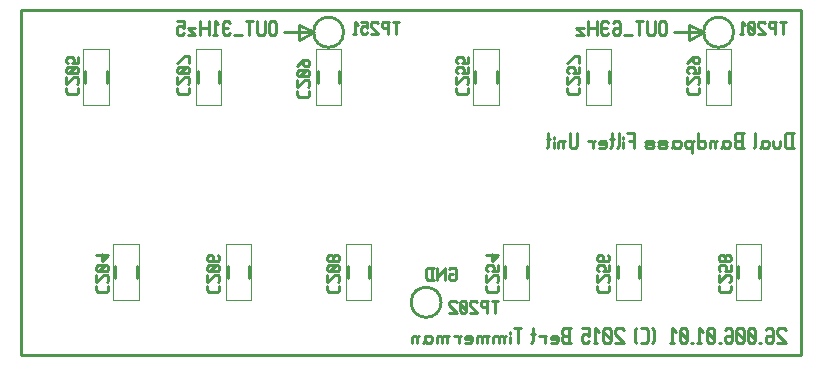
<source format=gbr>
G04 start of page 9 for group -4078 idx -4078 *
G04 Title: 26.006.01.01.01, bottomsilk *
G04 Creator: pcb 20100929 *
G04 CreationDate: Sat Mar 21 19:35:30 2015 UTC *
G04 For: bert *
G04 Format: Gerber/RS-274X *
G04 PCB-Dimensions: 260000 115000 *
G04 PCB-Coordinate-Origin: lower left *
%MOIN*%
%FSLAX25Y25*%
%LNBACKSILK*%
%ADD11C,0.0100*%
%ADD32C,0.0000*%
G54D11*X0Y115000D02*X260000D01*
X97500Y107500D02*X87500D01*
X92500Y110000D02*X97500Y107500D01*
X0Y0D02*Y115000D01*
X260000Y0D02*X0D01*
X97500Y107500D02*X92500Y105000D01*
Y110000D01*
X260000Y115000D02*Y0D01*
X222500Y110000D02*X227500Y107500D01*
X222500Y105000D01*
Y110000D01*
X227500Y107500D02*X217500D01*
X256900Y69000D02*Y73800D01*
X255100D02*X254500Y73200D01*
Y69600D02*Y73200D01*
X255100Y69000D02*X254500Y69600D01*
X255100Y69000D02*X257500D01*
X255100Y73800D02*X257500D01*
X253059Y69600D02*Y71400D01*
Y69600D02*X252459Y69000D01*
X251259D02*X252459D01*
X251259D02*X250659Y69600D01*
Y71400D01*
X247418D02*X246818Y70800D01*
X247418Y71400D02*X248618D01*
X249218Y70800D02*X248618Y71400D01*
X249218Y69600D02*Y70800D01*
Y69600D02*X248618Y69000D01*
X246818Y69600D02*Y71400D01*
Y69600D02*X246218Y69000D01*
X247418D02*X248618D01*
X247418D02*X246818Y69600D01*
X244777D02*Y73800D01*
Y69600D02*X244177Y69000D01*
X238416D02*X240816D01*
X238416D02*X237816Y69600D01*
Y70800D01*
X238416Y71400D02*X237816Y70800D01*
X238416Y71400D02*X240216D01*
Y69000D02*Y73800D01*
X238416D02*X240816D01*
X238416D02*X237816Y73200D01*
Y72000D02*Y73200D01*
X238416Y71400D02*X237816Y72000D01*
X234574Y71400D02*X233974Y70800D01*
X234574Y71400D02*X235774D01*
X236374Y70800D02*X235774Y71400D01*
X236374Y69600D02*Y70800D01*
Y69600D02*X235774Y69000D01*
X233974Y69600D02*Y71400D01*
Y69600D02*X233374Y69000D01*
X234574D02*X235774D01*
X234574D02*X233974Y69600D01*
X231333Y69000D02*Y70800D01*
X230733Y71400D01*
X230133D02*X230733D01*
X230133D02*X229533Y70800D01*
Y69000D02*Y70800D01*
X231933Y71400D02*X231333Y70800D01*
X225692Y69000D02*Y73800D01*
X226292Y69000D02*X225692Y69600D01*
X226292Y69000D02*X227492D01*
X228092Y69600D02*X227492Y69000D01*
X228092Y69600D02*Y70800D01*
X227492Y71400D01*
X226292D02*X227492D01*
X226292D02*X225692Y70800D01*
X223651Y67200D02*Y70800D01*
X224251Y71400D02*X223651Y70800D01*
X223051Y71400D01*
X221851D02*X223051D01*
X221851D02*X221251Y70800D01*
Y69600D02*Y70800D01*
X221851Y69000D02*X221251Y69600D01*
X221851Y69000D02*X223051D01*
X223651Y69600D02*X223051Y69000D01*
X218010Y71400D02*X217410Y70800D01*
X218010Y71400D02*X219210D01*
X219810Y70800D02*X219210Y71400D01*
X219810Y69600D02*Y70800D01*
Y69600D02*X219210Y69000D01*
X217410Y69600D02*Y71400D01*
Y69600D02*X216810Y69000D01*
X218010D02*X219210D01*
X218010D02*X217410Y69600D01*
X212968Y69000D02*X214768D01*
X212968D02*X212368Y69600D01*
X212968Y70200D02*X212368Y69600D01*
X212968Y70200D02*X214768D01*
X215368Y70800D02*X214768Y70200D01*
X215368Y70800D02*X214768Y71400D01*
X212968D02*X214768D01*
X212968D02*X212368Y70800D01*
X215368Y69600D02*X214768Y69000D01*
X208527D02*X210327D01*
X208527D02*X207927Y69600D01*
X208527Y70200D02*X207927Y69600D01*
X208527Y70200D02*X210327D01*
X210927Y70800D02*X210327Y70200D01*
X210927Y70800D02*X210327Y71400D01*
X208527D02*X210327D01*
X208527D02*X207927Y70800D01*
X210927Y69600D02*X210327Y69000D01*
X204326D02*Y73800D01*
X201926D02*X204326D01*
X202526Y71400D02*X204326D01*
X200485Y72000D02*Y72600D01*
Y69000D02*Y70800D01*
X199284Y69600D02*Y73800D01*
Y69600D02*X198684Y69000D01*
X196882Y69600D02*Y73800D01*
Y69600D02*X196282Y69000D01*
Y72000D02*X197482D01*
X192681Y69000D02*X194481D01*
X195081Y69600D02*X194481Y69000D01*
X195081Y69600D02*Y70800D01*
X194481Y71400D01*
X193281D02*X194481D01*
X193281D02*X192681Y70800D01*
Y70200D02*X195081D01*
X192681D02*Y70800D01*
X190640Y69000D02*Y70800D01*
X190040Y71400D01*
X188840D02*X190040D01*
X191240D02*X190640Y70800D01*
X185239Y69600D02*Y73800D01*
Y69600D02*X184639Y69000D01*
X183439D02*X184639D01*
X183439D02*X182839Y69600D01*
Y73800D01*
X180798Y69000D02*Y70800D01*
X180198Y71400D01*
X179598D02*X180198D01*
X179598D02*X178998Y70800D01*
Y69000D02*Y70800D01*
X181398Y71400D02*X180798Y70800D01*
X177556Y72000D02*Y72600D01*
Y69000D02*Y70800D01*
X175755Y69600D02*Y73800D01*
Y69600D02*X175155Y69000D01*
Y72000D02*X176355D01*
X211000Y4600D02*X210400Y4000D01*
X211000Y8200D02*X210400Y8800D01*
X211000Y4600D02*Y8200D01*
X206559Y4000D02*X208359D01*
X208959Y4600D02*X208359Y4000D01*
X208959Y4600D02*Y8200D01*
X208359Y8800D01*
X206559D02*X208359D01*
X205118D02*X204518Y8200D01*
Y4600D02*Y8200D01*
X205118Y4000D02*X204518Y4600D01*
X200917Y8200D02*X200317Y8800D01*
X198517D02*X200317D01*
X198517D02*X197917Y8200D01*
Y7000D02*Y8200D01*
X200917Y4000D02*X197917Y7000D01*
Y4000D02*X200917D01*
X196476Y4600D02*X195876Y4000D01*
X196476Y4600D02*Y8200D01*
X195876Y8800D01*
X194676D02*X195876D01*
X194676D02*X194076Y8200D01*
Y4600D02*Y8200D01*
X194676Y4000D02*X194076Y4600D01*
X194676Y4000D02*X195876D01*
X196476Y5200D02*X194076Y7600D01*
X190834Y4000D02*X192034D01*
X191434D02*Y8800D01*
X192634Y7600D02*X191434Y8800D01*
X186993D02*X189393D01*
Y6400D02*Y8800D01*
Y6400D02*X188793Y7000D01*
X187593D02*X188793D01*
X187593D02*X186993Y6400D01*
Y4600D02*Y6400D01*
X187593Y4000D02*X186993Y4600D01*
X187593Y4000D02*X188793D01*
X189393Y4600D02*X188793Y4000D01*
X180992D02*X183392D01*
X180992D02*X180392Y4600D01*
Y5800D01*
X180992Y6400D02*X180392Y5800D01*
X180992Y6400D02*X182792D01*
Y4000D02*Y8800D01*
X180992D02*X183392D01*
X180992D02*X180392Y8200D01*
Y7000D02*Y8200D01*
X180992Y6400D02*X180392Y7000D01*
X176551Y4000D02*X178351D01*
X178951Y4600D02*X178351Y4000D01*
X178951Y4600D02*Y5800D01*
X178351Y6400D01*
X177151D02*X178351D01*
X177151D02*X176551Y5800D01*
Y5200D02*X178951D01*
X176551D02*Y5800D01*
X174510Y4000D02*Y5800D01*
X173910Y6400D01*
X172710D02*X173910D01*
X175110D02*X174510Y5800D01*
X170668Y4600D02*Y8800D01*
Y4600D02*X170068Y4000D01*
Y7000D02*X171268D01*
X164307Y8800D02*X166707D01*
X165507Y4000D02*Y8800D01*
X162866Y7000D02*Y7600D01*
Y4000D02*Y5800D01*
X161065Y4000D02*Y5800D01*
X160465Y6400D01*
X159865D02*X160465D01*
X159865D02*X159265Y5800D01*
Y4000D02*Y5800D01*
X158665Y6400D01*
X158065D02*X158665D01*
X158065D02*X157465Y5800D01*
Y4000D02*Y5800D01*
X161665Y6400D02*X161065Y5800D01*
X155424Y4000D02*Y5800D01*
X154824Y6400D01*
X154224D02*X154824D01*
X154224D02*X153624Y5800D01*
Y4000D02*Y5800D01*
X153024Y6400D01*
X152424D02*X153024D01*
X152424D02*X151824Y5800D01*
Y4000D02*Y5800D01*
X156024Y6400D02*X155424Y5800D01*
X147982Y4000D02*X149782D01*
X150382Y4600D02*X149782Y4000D01*
X150382Y4600D02*Y5800D01*
X149782Y6400D01*
X148582D02*X149782D01*
X148582D02*X147982Y5800D01*
Y5200D02*X150382D01*
X147982D02*Y5800D01*
X145941Y4000D02*Y5800D01*
X145341Y6400D01*
X144141D02*X145341D01*
X146541D02*X145941Y5800D01*
X142100Y4000D02*Y5800D01*
X141500Y6400D01*
X140900D02*X141500D01*
X140900D02*X140300Y5800D01*
Y4000D02*Y5800D01*
X139700Y6400D01*
X139100D02*X139700D01*
X139100D02*X138500Y5800D01*
Y4000D02*Y5800D01*
X142700Y6400D02*X142100Y5800D01*
X135259Y6400D02*X134659Y5800D01*
X135259Y6400D02*X136459D01*
X137059Y5800D02*X136459Y6400D01*
X137059Y4600D02*Y5800D01*
Y4600D02*X136459Y4000D01*
X134659Y4600D02*Y6400D01*
Y4600D02*X134059Y4000D01*
X135259D02*X136459D01*
X135259D02*X134659Y4600D01*
X132018Y4000D02*Y5800D01*
X131418Y6400D01*
X130818D02*X131418D01*
X130818D02*X130218Y5800D01*
Y4000D02*Y5800D01*
X132618Y6400D02*X132018Y5800D01*
X85000Y107100D02*Y110700D01*
X84400Y111300D01*
X83200D02*X84400D01*
X83200D02*X82600Y110700D01*
Y107100D02*Y110700D01*
X83200Y106500D02*X82600Y107100D01*
X83200Y106500D02*X84400D01*
X85000Y107100D02*X84400Y106500D01*
X81159Y107100D02*Y111300D01*
Y107100D02*X80559Y106500D01*
X79359D02*X80559D01*
X79359D02*X78759Y107100D01*
Y111300D01*
X74918D02*X77318D01*
X76118Y106500D02*Y111300D01*
X71077Y106500D02*X73477D01*
X69636Y110700D02*X69036Y111300D01*
X67836D02*X69036D01*
X67836D02*X67236Y110700D01*
Y107100D02*Y110700D01*
X67836Y106500D02*X67236Y107100D01*
X67836Y106500D02*X69036D01*
X69636Y107100D02*X69036Y106500D01*
X67236Y108900D02*X69036D01*
X63994Y106500D02*X65194D01*
X64594D02*Y111300D01*
X65794Y110100D02*X64594Y111300D01*
X62553Y106500D02*Y111300D01*
X59553Y106500D02*Y111300D01*
Y108900D02*X62553D01*
X55712D02*X58112D01*
Y106500D02*X55712Y108900D01*
Y106500D02*X58112D01*
X51871Y111300D02*X54271D01*
Y108900D02*Y111300D01*
Y108900D02*X53671Y109500D01*
X52471D02*X53671D01*
X52471D02*X51871Y108900D01*
Y107100D02*Y108900D01*
X52471Y106500D02*X51871Y107100D01*
X52471Y106500D02*X53671D01*
X54271Y107100D02*X53671Y106500D01*
X215000Y107100D02*Y110700D01*
X214400Y111300D01*
X213200D02*X214400D01*
X213200D02*X212600Y110700D01*
Y107100D02*Y110700D01*
X213200Y106500D02*X212600Y107100D01*
X213200Y106500D02*X214400D01*
X215000Y107100D02*X214400Y106500D01*
X211159Y107100D02*Y111300D01*
Y107100D02*X210559Y106500D01*
X209359D02*X210559D01*
X209359D02*X208759Y107100D01*
Y111300D01*
X204918D02*X207318D01*
X206118Y106500D02*Y111300D01*
X201077Y106500D02*X203477D01*
X197836Y111300D02*X197236Y110700D01*
X197836Y111300D02*X199036D01*
X199636Y110700D02*X199036Y111300D01*
X199636Y107100D02*Y110700D01*
Y107100D02*X199036Y106500D01*
X197836Y108900D02*X197236Y108300D01*
X197836Y108900D02*X199636D01*
X197836Y106500D02*X199036D01*
X197836D02*X197236Y107100D01*
Y108300D01*
X195794Y110700D02*X195194Y111300D01*
X193994D02*X195194D01*
X193994D02*X193394Y110700D01*
Y107100D02*Y110700D01*
X193994Y106500D02*X193394Y107100D01*
X193994Y106500D02*X195194D01*
X195794Y107100D02*X195194Y106500D01*
X193394Y108900D02*X195194D01*
X191953Y106500D02*Y111300D01*
X188953Y106500D02*Y111300D01*
Y108900D02*X191953D01*
X185112D02*X187512D01*
Y106500D02*X185112Y108900D01*
Y106500D02*X187512D01*
X255000Y8200D02*X254400Y8800D01*
X252600D02*X254400D01*
X252600D02*X252000Y8200D01*
Y7000D02*Y8200D01*
X255000Y4000D02*X252000Y7000D01*
Y4000D02*X255000D01*
X248759Y8800D02*X248159Y8200D01*
X248759Y8800D02*X249959D01*
X250559Y8200D02*X249959Y8800D01*
X250559Y4600D02*Y8200D01*
Y4600D02*X249959Y4000D01*
X248759Y6400D02*X248159Y5800D01*
X248759Y6400D02*X250559D01*
X248759Y4000D02*X249959D01*
X248759D02*X248159Y4600D01*
Y5800D01*
X246118Y4000D02*X246718D01*
X244677Y4600D02*X244077Y4000D01*
X244677Y4600D02*Y8200D01*
X244077Y8800D01*
X242877D02*X244077D01*
X242877D02*X242277Y8200D01*
Y4600D02*Y8200D01*
X242877Y4000D02*X242277Y4600D01*
X242877Y4000D02*X244077D01*
X244677Y5200D02*X242277Y7600D01*
X240836Y4600D02*X240236Y4000D01*
X240836Y4600D02*Y8200D01*
X240236Y8800D01*
X239036D02*X240236D01*
X239036D02*X238436Y8200D01*
Y4600D02*Y8200D01*
X239036Y4000D02*X238436Y4600D01*
X239036Y4000D02*X240236D01*
X240836Y5200D02*X238436Y7600D01*
X235194Y8800D02*X234594Y8200D01*
X235194Y8800D02*X236394D01*
X236994Y8200D02*X236394Y8800D01*
X236994Y4600D02*Y8200D01*
Y4600D02*X236394Y4000D01*
X235194Y6400D02*X234594Y5800D01*
X235194Y6400D02*X236994D01*
X235194Y4000D02*X236394D01*
X235194D02*X234594Y4600D01*
Y5800D01*
X232553Y4000D02*X233153D01*
X231112Y4600D02*X230512Y4000D01*
X231112Y4600D02*Y8200D01*
X230512Y8800D01*
X229312D02*X230512D01*
X229312D02*X228712Y8200D01*
Y4600D02*Y8200D01*
X229312Y4000D02*X228712Y4600D01*
X229312Y4000D02*X230512D01*
X231112Y5200D02*X228712Y7600D01*
X225471Y4000D02*X226671D01*
X226071D02*Y8800D01*
X227271Y7600D02*X226071Y8800D01*
X223430Y4000D02*X224030D01*
X221988Y4600D02*X221388Y4000D01*
X221988Y4600D02*Y8200D01*
X221388Y8800D01*
X220188D02*X221388D01*
X220188D02*X219588Y8200D01*
Y4600D02*Y8200D01*
X220188Y4000D02*X219588Y4600D01*
X220188Y4000D02*X221388D01*
X221988Y5200D02*X219588Y7600D01*
X216347Y4000D02*X217547D01*
X216947D02*Y8800D01*
X218147Y7600D02*X216947Y8800D01*
X143000Y29000D02*X142500Y28500D01*
X143000Y29000D02*X144500D01*
X145000Y28500D02*X144500Y29000D01*
X145000Y25500D02*Y28500D01*
Y25500D02*X144500Y25000D01*
X143000D02*X144500D01*
X143000D02*X142500Y25500D01*
Y26500D01*
X143000Y27000D02*X142500Y26500D01*
X143000Y27000D02*X144000D01*
X141299Y25000D02*Y29000D01*
Y28500D02*Y29000D01*
Y28500D02*X138799Y26000D01*
Y25000D02*Y29000D01*
X137098Y25000D02*Y29000D01*
X135598D02*X135098Y28500D01*
Y25500D02*Y28500D01*
X135598Y25000D02*X135098Y25500D01*
X135598Y25000D02*X137598D01*
X135598Y29000D02*X137598D01*
X228957Y94468D02*Y90532D01*
X236043Y94468D02*Y90532D01*
G54D32*X228207Y101774D02*Y83226D01*
X236793Y101774D02*Y83226D01*
X228207Y101774D02*X236793D01*
X228207Y83226D02*X236793D01*
G54D11*X227500Y107500D02*G75*G03X227500Y107500I5000J0D01*G01*
X246043Y29468D02*Y25532D01*
X238957Y29468D02*Y25532D01*
G54D32*X246793Y36774D02*Y18226D01*
X238207Y36774D02*Y18226D01*
X246793D01*
X238207Y36774D02*X246793D01*
G54D11*X198957Y29468D02*Y25532D01*
X206043Y29468D02*Y25532D01*
G54D32*X198207Y36774D02*Y18226D01*
X206793Y36774D02*Y18226D01*
X198207Y36774D02*X206793D01*
X198207Y18226D02*X206793D01*
G54D11*X188957Y94468D02*Y90532D01*
X196043Y94468D02*Y90532D01*
G54D32*X188207Y101774D02*Y83226D01*
X196793Y101774D02*Y83226D01*
X188207Y101774D02*X196793D01*
X188207Y83226D02*X196793D01*
G54D11*X38543Y29468D02*Y25532D01*
X31457Y29468D02*Y25532D01*
G54D32*X39293Y36774D02*Y18226D01*
X30707Y36774D02*Y18226D01*
X39293D01*
X30707Y36774D02*X39293D01*
G54D11*X68957Y29468D02*Y25532D01*
X76043Y29468D02*Y25532D01*
G54D32*X68207Y36774D02*Y18226D01*
X76793Y36774D02*Y18226D01*
X68207Y36774D02*X76793D01*
X68207Y18226D02*X76793D01*
G54D11*X21457Y94468D02*Y90532D01*
X28543Y94468D02*Y90532D01*
G54D32*X20707Y101774D02*Y83226D01*
X29293Y101774D02*Y83226D01*
X20707Y101774D02*X29293D01*
X20707Y83226D02*X29293D01*
G54D11*X151457Y94468D02*Y90532D01*
X158543Y94468D02*Y90532D01*
G54D32*X150707Y101774D02*Y83226D01*
X159293Y101774D02*Y83226D01*
X150707Y101774D02*X159293D01*
X150707Y83226D02*X159293D01*
G54D11*X168543Y29468D02*Y25532D01*
X161457Y29468D02*Y25532D01*
G54D32*X169293Y36774D02*Y18226D01*
X160707Y36774D02*Y18226D01*
X169293D01*
X160707Y36774D02*X169293D01*
G54D11*X116043Y29468D02*Y25532D01*
X108957Y29468D02*Y25532D01*
G54D32*X116793Y36774D02*Y18226D01*
X108207Y36774D02*Y18226D01*
X116793D01*
X108207Y36774D02*X116793D01*
G54D11*X98957Y94468D02*Y90532D01*
X106043Y94468D02*Y90532D01*
G54D32*X98207Y101774D02*Y83226D01*
X106793Y101774D02*Y83226D01*
X98207Y101774D02*X106793D01*
X98207Y83226D02*X106793D01*
G54D11*X130000Y17500D02*G75*G03X130000Y17500I5000J0D01*G01*
X58957Y94468D02*Y90532D01*
X66043Y94468D02*Y90532D01*
G54D32*X58207Y101774D02*Y83226D01*
X66793Y101774D02*Y83226D01*
X58207Y101774D02*X66793D01*
X58207Y83226D02*X66793D01*
G54D11*X97500Y107500D02*G75*G03X97500Y107500I5000J0D01*G01*
X222000Y87500D02*Y89000D01*
X222500Y87000D02*X222000Y87500D01*
X222500Y87000D02*X225500D01*
X226000Y87500D01*
Y89000D01*
X225500Y90201D02*X226000Y90701D01*
Y92201D01*
X225500Y92701D01*
X224500D02*X225500D01*
X222000Y90201D02*X224500Y92701D01*
X222000Y90201D02*Y92701D01*
X226000Y93902D02*Y95902D01*
X224000Y93902D02*X226000D01*
X224000D02*X224500Y94402D01*
Y95402D01*
X224000Y95902D01*
X222500D02*X224000D01*
X222000Y95402D02*X222500Y95902D01*
X222000Y94402D02*Y95402D01*
X222500Y93902D02*X222000Y94402D01*
Y97103D02*X224000Y99103D01*
X225500D01*
X226000Y98603D02*X225500Y99103D01*
X226000Y97603D02*Y98603D01*
X225500Y97103D02*X226000Y97603D01*
X224500Y97103D02*X225500D01*
X224500D02*X224000Y97603D01*
Y99103D01*
X253000Y111000D02*X255000D01*
X254000Y107000D02*Y111000D01*
X251299Y107000D02*Y111000D01*
X249799D02*X251799D01*
X249799D02*X249299Y110500D01*
Y109500D02*Y110500D01*
X249799Y109000D02*X249299Y109500D01*
X249799Y109000D02*X251299D01*
X248098Y110500D02*X247598Y111000D01*
X246098D02*X247598D01*
X246098D02*X245598Y110500D01*
Y109500D02*Y110500D01*
X248098Y107000D02*X245598Y109500D01*
Y107000D02*X248098D01*
X244397Y107500D02*X243897Y107000D01*
X244397Y107500D02*Y110500D01*
X243897Y111000D01*
X242897D02*X243897D01*
X242897D02*X242397Y110500D01*
Y107500D02*Y110500D01*
X242897Y107000D02*X242397Y107500D01*
X242897Y107000D02*X243897D01*
X244397Y108000D02*X242397Y110000D01*
X239696Y107000D02*X240696D01*
X240196D02*Y111000D01*
X241196Y110000D02*X240196Y111000D01*
X232500Y21500D02*Y23000D01*
X233000Y21000D02*X232500Y21500D01*
X233000Y21000D02*X236000D01*
X236500Y21500D01*
Y23000D01*
X236000Y24201D02*X236500Y24701D01*
Y26201D01*
X236000Y26701D01*
X235000D02*X236000D01*
X232500Y24201D02*X235000Y26701D01*
X232500Y24201D02*Y26701D01*
X236500Y27902D02*Y29902D01*
X234500Y27902D02*X236500D01*
X234500D02*X235000Y28402D01*
Y29402D01*
X234500Y29902D01*
X233000D02*X234500D01*
X232500Y29402D02*X233000Y29902D01*
X232500Y28402D02*Y29402D01*
X233000Y27902D02*X232500Y28402D01*
X233000Y31103D02*X232500Y31603D01*
X233000Y31103D02*X234000D01*
X234500Y31603D01*
Y32603D01*
X234000Y33103D01*
X233000D02*X234000D01*
X232500Y32603D02*X233000Y33103D01*
X232500Y31603D02*Y32603D01*
X235000Y31103D02*X234500Y31603D01*
X235000Y31103D02*X236000D01*
X236500Y31603D01*
Y32603D01*
X236000Y33103D01*
X235000D02*X236000D01*
X234500Y32603D02*X235000Y33103D01*
X25000Y21500D02*Y23000D01*
X25500Y21000D02*X25000Y21500D01*
X25500Y21000D02*X28500D01*
X29000Y21500D01*
Y23000D01*
X28500Y24201D02*X29000Y24701D01*
Y26201D01*
X28500Y26701D01*
X27500D02*X28500D01*
X25000Y24201D02*X27500Y26701D01*
X25000Y24201D02*Y26701D01*
X25500Y27902D02*X25000Y28402D01*
X25500Y27902D02*X28500D01*
X29000Y28402D01*
Y29402D01*
X28500Y29902D01*
X25500D02*X28500D01*
X25000Y29402D02*X25500Y29902D01*
X25000Y28402D02*Y29402D01*
X26000Y27902D02*X28000Y29902D01*
X27000Y31103D02*X29000Y33103D01*
X27000Y31103D02*Y33603D01*
X25000Y33103D02*X29000D01*
X62000Y21500D02*Y23000D01*
X62500Y21000D02*X62000Y21500D01*
X62500Y21000D02*X65500D01*
X66000Y21500D01*
Y23000D01*
X65500Y24201D02*X66000Y24701D01*
Y26201D01*
X65500Y26701D01*
X64500D02*X65500D01*
X62000Y24201D02*X64500Y26701D01*
X62000Y24201D02*Y26701D01*
X62500Y27902D02*X62000Y28402D01*
X62500Y27902D02*X65500D01*
X66000Y28402D01*
Y29402D01*
X65500Y29902D01*
X62500D02*X65500D01*
X62000Y29402D02*X62500Y29902D01*
X62000Y28402D02*Y29402D01*
X63000Y27902D02*X65000Y29902D01*
X66000Y32603D02*X65500Y33103D01*
X66000Y31603D02*Y32603D01*
X65500Y31103D02*X66000Y31603D01*
X62500Y31103D02*X65500D01*
X62500D02*X62000Y31603D01*
X64000Y32603D02*X63500Y33103D01*
X64000Y31103D02*Y32603D01*
X62000Y31603D02*Y32603D01*
X62500Y33103D01*
X63500D01*
X157000Y18000D02*X159000D01*
X158000Y14000D02*Y18000D01*
X155299Y14000D02*Y18000D01*
X153799D02*X155799D01*
X153799D02*X153299Y17500D01*
Y16500D02*Y17500D01*
X153799Y16000D02*X153299Y16500D01*
X153799Y16000D02*X155299D01*
X152098Y17500D02*X151598Y18000D01*
X150098D02*X151598D01*
X150098D02*X149598Y17500D01*
Y16500D02*Y17500D01*
X152098Y14000D02*X149598Y16500D01*
Y14000D02*X152098D01*
X148397Y14500D02*X147897Y14000D01*
X148397Y14500D02*Y17500D01*
X147897Y18000D01*
X146897D02*X147897D01*
X146897D02*X146397Y17500D01*
Y14500D02*Y17500D01*
X146897Y14000D02*X146397Y14500D01*
X146897Y14000D02*X147897D01*
X148397Y15000D02*X146397Y17000D01*
X145196Y17500D02*X144696Y18000D01*
X143196D02*X144696D01*
X143196D02*X142696Y17500D01*
Y16500D02*Y17500D01*
X145196Y14000D02*X142696Y16500D01*
Y14000D02*X145196D01*
X102000Y21500D02*Y23000D01*
X102500Y21000D02*X102000Y21500D01*
X102500Y21000D02*X105500D01*
X106000Y21500D01*
Y23000D01*
X105500Y24201D02*X106000Y24701D01*
Y26201D01*
X105500Y26701D01*
X104500D02*X105500D01*
X102000Y24201D02*X104500Y26701D01*
X102000Y24201D02*Y26701D01*
X102500Y27902D02*X102000Y28402D01*
X102500Y27902D02*X105500D01*
X106000Y28402D01*
Y29402D01*
X105500Y29902D01*
X102500D02*X105500D01*
X102000Y29402D02*X102500Y29902D01*
X102000Y28402D02*Y29402D01*
X103000Y27902D02*X105000Y29902D01*
X102500Y31103D02*X102000Y31603D01*
X102500Y31103D02*X103500D01*
X104000Y31603D01*
Y32603D01*
X103500Y33103D01*
X102500D02*X103500D01*
X102000Y32603D02*X102500Y33103D01*
X102000Y31603D02*Y32603D01*
X104500Y31103D02*X104000Y31603D01*
X104500Y31103D02*X105500D01*
X106000Y31603D01*
Y32603D01*
X105500Y33103D01*
X104500D02*X105500D01*
X104000Y32603D02*X104500Y33103D01*
X182000Y87500D02*Y89000D01*
X182500Y87000D02*X182000Y87500D01*
X182500Y87000D02*X185500D01*
X186000Y87500D01*
Y89000D01*
X185500Y90201D02*X186000Y90701D01*
Y92201D01*
X185500Y92701D01*
X184500D02*X185500D01*
X182000Y90201D02*X184500Y92701D01*
X182000Y90201D02*Y92701D01*
X186000Y93902D02*Y95902D01*
X184000Y93902D02*X186000D01*
X184000D02*X184500Y94402D01*
Y95402D01*
X184000Y95902D01*
X182500D02*X184000D01*
X182000Y95402D02*X182500Y95902D01*
X182000Y94402D02*Y95402D01*
X182500Y93902D02*X182000Y94402D01*
Y97103D02*X184500Y99603D01*
X186000D01*
Y97103D02*Y99603D01*
X145000Y87500D02*Y89000D01*
X145500Y87000D02*X145000Y87500D01*
X145500Y87000D02*X148500D01*
X149000Y87500D01*
Y89000D01*
X148500Y90201D02*X149000Y90701D01*
Y92201D01*
X148500Y92701D01*
X147500D02*X148500D01*
X145000Y90201D02*X147500Y92701D01*
X145000Y90201D02*Y92701D01*
X149000Y93902D02*Y95902D01*
X147000Y93902D02*X149000D01*
X147000D02*X147500Y94402D01*
Y95402D01*
X147000Y95902D01*
X145500D02*X147000D01*
X145000Y95402D02*X145500Y95902D01*
X145000Y94402D02*Y95402D01*
X145500Y93902D02*X145000Y94402D01*
X149000Y97103D02*Y99103D01*
X147000Y97103D02*X149000D01*
X147000D02*X147500Y97603D01*
Y98603D01*
X147000Y99103D01*
X145500D02*X147000D01*
X145000Y98603D02*X145500Y99103D01*
X145000Y97603D02*Y98603D01*
X145500Y97103D02*X145000Y97603D01*
X52000Y87500D02*Y89000D01*
X52500Y87000D02*X52000Y87500D01*
X52500Y87000D02*X55500D01*
X56000Y87500D01*
Y89000D01*
X55500Y90201D02*X56000Y90701D01*
Y92201D01*
X55500Y92701D01*
X54500D02*X55500D01*
X52000Y90201D02*X54500Y92701D01*
X52000Y90201D02*Y92701D01*
X52500Y93902D02*X52000Y94402D01*
X52500Y93902D02*X55500D01*
X56000Y94402D01*
Y95402D01*
X55500Y95902D01*
X52500D02*X55500D01*
X52000Y95402D02*X52500Y95902D01*
X52000Y94402D02*Y95402D01*
X53000Y93902D02*X55000Y95902D01*
X52000Y97103D02*X54500Y99603D01*
X56000D01*
Y97103D02*Y99603D01*
X15000Y87500D02*Y89000D01*
X15500Y87000D02*X15000Y87500D01*
X15500Y87000D02*X18500D01*
X19000Y87500D01*
Y89000D01*
X18500Y90201D02*X19000Y90701D01*
Y92201D01*
X18500Y92701D01*
X17500D02*X18500D01*
X15000Y90201D02*X17500Y92701D01*
X15000Y90201D02*Y92701D01*
X15500Y93902D02*X15000Y94402D01*
X15500Y93902D02*X18500D01*
X19000Y94402D01*
Y95402D01*
X18500Y95902D01*
X15500D02*X18500D01*
X15000Y95402D02*X15500Y95902D01*
X15000Y94402D02*Y95402D01*
X16000Y93902D02*X18000Y95902D01*
X19000Y97103D02*Y99103D01*
X17000Y97103D02*X19000D01*
X17000D02*X17500Y97603D01*
Y98603D01*
X17000Y99103D01*
X15500D02*X17000D01*
X15000Y98603D02*X15500Y99103D01*
X15000Y97603D02*Y98603D01*
X15500Y97103D02*X15000Y97603D01*
X155000Y21500D02*Y23000D01*
X155500Y21000D02*X155000Y21500D01*
X155500Y21000D02*X158500D01*
X159000Y21500D01*
Y23000D01*
X158500Y24201D02*X159000Y24701D01*
Y26201D01*
X158500Y26701D01*
X157500D02*X158500D01*
X155000Y24201D02*X157500Y26701D01*
X155000Y24201D02*Y26701D01*
X159000Y27902D02*Y29902D01*
X157000Y27902D02*X159000D01*
X157000D02*X157500Y28402D01*
Y29402D01*
X157000Y29902D01*
X155500D02*X157000D01*
X155000Y29402D02*X155500Y29902D01*
X155000Y28402D02*Y29402D01*
X155500Y27902D02*X155000Y28402D01*
X157000Y31103D02*X159000Y33103D01*
X157000Y31103D02*Y33603D01*
X155000Y33103D02*X159000D01*
X192000Y21500D02*Y23000D01*
X192500Y21000D02*X192000Y21500D01*
X192500Y21000D02*X195500D01*
X196000Y21500D01*
Y23000D01*
X195500Y24201D02*X196000Y24701D01*
Y26201D01*
X195500Y26701D01*
X194500D02*X195500D01*
X192000Y24201D02*X194500Y26701D01*
X192000Y24201D02*Y26701D01*
X196000Y27902D02*Y29902D01*
X194000Y27902D02*X196000D01*
X194000D02*X194500Y28402D01*
Y29402D01*
X194000Y29902D01*
X192500D02*X194000D01*
X192000Y29402D02*X192500Y29902D01*
X192000Y28402D02*Y29402D01*
X192500Y27902D02*X192000Y28402D01*
X196000Y32603D02*X195500Y33103D01*
X196000Y31603D02*Y32603D01*
X195500Y31103D02*X196000Y31603D01*
X192500Y31103D02*X195500D01*
X192500D02*X192000Y31603D01*
X194000Y32603D02*X193500Y33103D01*
X194000Y31103D02*Y32603D01*
X192000Y31603D02*Y32603D01*
X192500Y33103D01*
X193500D01*
X92000Y86500D02*Y88000D01*
X92500Y86000D02*X92000Y86500D01*
X92500Y86000D02*X95500D01*
X96000Y86500D01*
Y88000D01*
X95500Y89201D02*X96000Y89701D01*
Y91201D01*
X95500Y91701D01*
X94500D02*X95500D01*
X92000Y89201D02*X94500Y91701D01*
X92000Y89201D02*Y91701D01*
X92500Y92902D02*X92000Y93402D01*
X92500Y92902D02*X95500D01*
X96000Y93402D01*
Y94402D01*
X95500Y94902D01*
X92500D02*X95500D01*
X92000Y94402D02*X92500Y94902D01*
X92000Y93402D02*Y94402D01*
X93000Y92902D02*X95000Y94902D01*
X92000Y96103D02*X94000Y98103D01*
X95500D01*
X96000Y97603D02*X95500Y98103D01*
X96000Y96603D02*Y97603D01*
X95500Y96103D02*X96000Y96603D01*
X94500Y96103D02*X95500D01*
X94500D02*X94000Y96603D01*
Y98103D01*
X124000Y111000D02*X126000D01*
X125000Y107000D02*Y111000D01*
X122299Y107000D02*Y111000D01*
X120799D02*X122799D01*
X120799D02*X120299Y110500D01*
Y109500D02*Y110500D01*
X120799Y109000D02*X120299Y109500D01*
X120799Y109000D02*X122299D01*
X119098Y110500D02*X118598Y111000D01*
X117098D02*X118598D01*
X117098D02*X116598Y110500D01*
Y109500D02*Y110500D01*
X119098Y107000D02*X116598Y109500D01*
Y107000D02*X119098D01*
X113397Y111000D02*X115397D01*
Y109000D02*Y111000D01*
Y109000D02*X114897Y109500D01*
X113897D02*X114897D01*
X113897D02*X113397Y109000D01*
Y107500D02*Y109000D01*
X113897Y107000D02*X113397Y107500D01*
X113897Y107000D02*X114897D01*
X115397Y107500D02*X114897Y107000D01*
X110696D02*X111696D01*
X111196D02*Y111000D01*
X112196Y110000D02*X111196Y111000D01*
M02*

</source>
